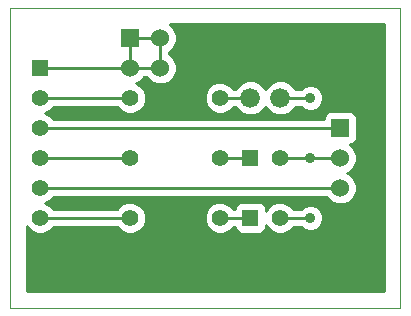
<source format=gbl>
G04 (created by PCBNEW (2013-07-07 BZR 4022)-stable) date 23/07/2014 11:50:33*
%MOIN*%
G04 Gerber Fmt 3.4, Leading zero omitted, Abs format*
%FSLAX34Y34*%
G01*
G70*
G90*
G04 APERTURE LIST*
%ADD10C,0.00590551*%
%ADD11C,0.00393701*%
%ADD12C,0.066*%
%ADD13R,0.055X0.055*%
%ADD14C,0.055*%
%ADD15R,0.06X0.06*%
%ADD16C,0.06*%
%ADD17C,0.035*%
%ADD18C,0.01*%
G04 APERTURE END LIST*
G54D10*
G54D11*
X43000Y-65000D02*
X43000Y-55000D01*
X56000Y-65000D02*
X43000Y-65000D01*
X56000Y-55000D02*
X56000Y-65000D01*
X43000Y-55000D02*
X56000Y-55000D01*
G54D12*
X51000Y-58000D03*
X52000Y-58000D03*
G54D13*
X44000Y-57000D03*
G54D14*
X44000Y-58000D03*
X44000Y-59000D03*
X44000Y-60000D03*
X44000Y-61000D03*
X44000Y-62000D03*
X44000Y-63000D03*
X44000Y-64000D03*
X50000Y-62000D03*
X47000Y-62000D03*
X50000Y-60000D03*
X47000Y-60000D03*
X50000Y-58000D03*
X47000Y-58000D03*
G54D15*
X54000Y-59000D03*
G54D16*
X55000Y-59000D03*
X54000Y-60000D03*
X55000Y-60000D03*
X54000Y-61000D03*
X55000Y-61000D03*
G54D15*
X47000Y-63000D03*
G54D16*
X48000Y-63000D03*
X47000Y-64000D03*
X48000Y-64000D03*
G54D15*
X47000Y-56000D03*
G54D16*
X48000Y-56000D03*
X47000Y-57000D03*
X48000Y-57000D03*
G54D13*
X51000Y-60000D03*
G54D14*
X52000Y-60000D03*
G54D13*
X51000Y-62000D03*
G54D14*
X52000Y-62000D03*
G54D17*
X53000Y-58000D03*
X53000Y-60000D03*
X53000Y-62000D03*
G54D18*
X44000Y-61000D02*
X54000Y-61000D01*
X44000Y-62000D02*
X47000Y-62000D01*
X44000Y-58000D02*
X47000Y-58000D01*
X44000Y-60000D02*
X47000Y-60000D01*
X44000Y-59000D02*
X54000Y-59000D01*
X44000Y-57000D02*
X47000Y-57000D01*
X47000Y-57000D02*
X47000Y-56000D01*
X47000Y-56000D02*
X48000Y-56000D01*
X48000Y-56000D02*
X48000Y-57000D01*
X48000Y-57000D02*
X47000Y-57000D01*
X50000Y-60000D02*
X51000Y-60000D01*
X50000Y-58000D02*
X51000Y-58000D01*
X52000Y-58000D02*
X53000Y-58000D01*
X52000Y-62000D02*
X53000Y-62000D01*
X54000Y-60000D02*
X53000Y-60000D01*
X53000Y-60000D02*
X52000Y-60000D01*
X51000Y-62000D02*
X50000Y-62000D01*
G54D10*
G36*
X55450Y-64450D02*
X53425Y-64450D01*
X53425Y-61915D01*
X53360Y-61759D01*
X53241Y-61639D01*
X53084Y-61575D01*
X52915Y-61574D01*
X52759Y-61639D01*
X52698Y-61700D01*
X52442Y-61700D01*
X52297Y-61555D01*
X52104Y-61475D01*
X51896Y-61474D01*
X51703Y-61554D01*
X51555Y-61702D01*
X51525Y-61774D01*
X51525Y-61675D01*
X51487Y-61583D01*
X51416Y-61513D01*
X51324Y-61475D01*
X51225Y-61474D01*
X50675Y-61474D01*
X50583Y-61512D01*
X50513Y-61583D01*
X50475Y-61675D01*
X50475Y-61700D01*
X50442Y-61700D01*
X50297Y-61555D01*
X50104Y-61475D01*
X49896Y-61474D01*
X49703Y-61554D01*
X49555Y-61702D01*
X49475Y-61895D01*
X49474Y-62103D01*
X49554Y-62297D01*
X49702Y-62444D01*
X49895Y-62524D01*
X50103Y-62525D01*
X50297Y-62445D01*
X50442Y-62300D01*
X50474Y-62300D01*
X50474Y-62324D01*
X50512Y-62416D01*
X50583Y-62486D01*
X50675Y-62524D01*
X50774Y-62525D01*
X51324Y-62525D01*
X51416Y-62487D01*
X51486Y-62416D01*
X51524Y-62324D01*
X51525Y-62225D01*
X51525Y-62225D01*
X51554Y-62297D01*
X51702Y-62444D01*
X51895Y-62524D01*
X52103Y-62525D01*
X52297Y-62445D01*
X52442Y-62300D01*
X52698Y-62300D01*
X52758Y-62360D01*
X52915Y-62424D01*
X53084Y-62425D01*
X53240Y-62360D01*
X53360Y-62241D01*
X53424Y-62084D01*
X53425Y-61915D01*
X53425Y-64450D01*
X43550Y-64450D01*
X43550Y-62285D01*
X43554Y-62297D01*
X43702Y-62444D01*
X43895Y-62524D01*
X44103Y-62525D01*
X44297Y-62445D01*
X44442Y-62300D01*
X46557Y-62300D01*
X46702Y-62444D01*
X46895Y-62524D01*
X47103Y-62525D01*
X47297Y-62445D01*
X47444Y-62297D01*
X47524Y-62104D01*
X47525Y-61896D01*
X47445Y-61703D01*
X47297Y-61555D01*
X47104Y-61475D01*
X46896Y-61474D01*
X46703Y-61554D01*
X46557Y-61700D01*
X44442Y-61700D01*
X44297Y-61555D01*
X44164Y-61499D01*
X44297Y-61445D01*
X44442Y-61300D01*
X53528Y-61300D01*
X53533Y-61311D01*
X53688Y-61465D01*
X53890Y-61549D01*
X54108Y-61550D01*
X54311Y-61466D01*
X54465Y-61311D01*
X54549Y-61109D01*
X54550Y-60891D01*
X54466Y-60688D01*
X54311Y-60534D01*
X54230Y-60500D01*
X54311Y-60466D01*
X54465Y-60311D01*
X54549Y-60109D01*
X54550Y-59891D01*
X54466Y-59688D01*
X54327Y-59550D01*
X54349Y-59550D01*
X54441Y-59512D01*
X54511Y-59441D01*
X54549Y-59349D01*
X54550Y-59250D01*
X54550Y-58650D01*
X54512Y-58558D01*
X54441Y-58488D01*
X54349Y-58450D01*
X54250Y-58449D01*
X53650Y-58449D01*
X53558Y-58487D01*
X53488Y-58558D01*
X53450Y-58650D01*
X53450Y-58700D01*
X53425Y-58700D01*
X53425Y-57915D01*
X53360Y-57759D01*
X53241Y-57639D01*
X53084Y-57575D01*
X52915Y-57574D01*
X52759Y-57639D01*
X52698Y-57700D01*
X52503Y-57700D01*
X52491Y-57671D01*
X52328Y-57508D01*
X52115Y-57420D01*
X51885Y-57419D01*
X51671Y-57508D01*
X51508Y-57671D01*
X51500Y-57691D01*
X51491Y-57671D01*
X51328Y-57508D01*
X51115Y-57420D01*
X50885Y-57419D01*
X50671Y-57508D01*
X50508Y-57671D01*
X50496Y-57700D01*
X50442Y-57700D01*
X50297Y-57555D01*
X50104Y-57475D01*
X49896Y-57474D01*
X49703Y-57554D01*
X49555Y-57702D01*
X49475Y-57895D01*
X49474Y-58103D01*
X49554Y-58297D01*
X49702Y-58444D01*
X49895Y-58524D01*
X50103Y-58525D01*
X50297Y-58445D01*
X50442Y-58300D01*
X50496Y-58300D01*
X50508Y-58328D01*
X50671Y-58491D01*
X50884Y-58579D01*
X51114Y-58580D01*
X51328Y-58491D01*
X51491Y-58328D01*
X51499Y-58308D01*
X51508Y-58328D01*
X51671Y-58491D01*
X51884Y-58579D01*
X52114Y-58580D01*
X52328Y-58491D01*
X52491Y-58328D01*
X52503Y-58300D01*
X52698Y-58300D01*
X52758Y-58360D01*
X52915Y-58424D01*
X53084Y-58425D01*
X53240Y-58360D01*
X53360Y-58241D01*
X53424Y-58084D01*
X53425Y-57915D01*
X53425Y-58700D01*
X44442Y-58700D01*
X44297Y-58555D01*
X44164Y-58499D01*
X44297Y-58445D01*
X44442Y-58300D01*
X46557Y-58300D01*
X46702Y-58444D01*
X46895Y-58524D01*
X47103Y-58525D01*
X47297Y-58445D01*
X47444Y-58297D01*
X47524Y-58104D01*
X47525Y-57896D01*
X47445Y-57703D01*
X47297Y-57555D01*
X47197Y-57513D01*
X47311Y-57466D01*
X47465Y-57311D01*
X47470Y-57300D01*
X47528Y-57300D01*
X47533Y-57311D01*
X47688Y-57465D01*
X47890Y-57549D01*
X48108Y-57550D01*
X48311Y-57466D01*
X48465Y-57311D01*
X48549Y-57109D01*
X48550Y-56891D01*
X48466Y-56688D01*
X48311Y-56534D01*
X48300Y-56529D01*
X48300Y-56471D01*
X48311Y-56466D01*
X48465Y-56311D01*
X48549Y-56109D01*
X48550Y-55891D01*
X48466Y-55688D01*
X48327Y-55550D01*
X55450Y-55550D01*
X55450Y-64450D01*
X55450Y-64450D01*
G37*
G54D18*
X55450Y-64450D02*
X53425Y-64450D01*
X53425Y-61915D01*
X53360Y-61759D01*
X53241Y-61639D01*
X53084Y-61575D01*
X52915Y-61574D01*
X52759Y-61639D01*
X52698Y-61700D01*
X52442Y-61700D01*
X52297Y-61555D01*
X52104Y-61475D01*
X51896Y-61474D01*
X51703Y-61554D01*
X51555Y-61702D01*
X51525Y-61774D01*
X51525Y-61675D01*
X51487Y-61583D01*
X51416Y-61513D01*
X51324Y-61475D01*
X51225Y-61474D01*
X50675Y-61474D01*
X50583Y-61512D01*
X50513Y-61583D01*
X50475Y-61675D01*
X50475Y-61700D01*
X50442Y-61700D01*
X50297Y-61555D01*
X50104Y-61475D01*
X49896Y-61474D01*
X49703Y-61554D01*
X49555Y-61702D01*
X49475Y-61895D01*
X49474Y-62103D01*
X49554Y-62297D01*
X49702Y-62444D01*
X49895Y-62524D01*
X50103Y-62525D01*
X50297Y-62445D01*
X50442Y-62300D01*
X50474Y-62300D01*
X50474Y-62324D01*
X50512Y-62416D01*
X50583Y-62486D01*
X50675Y-62524D01*
X50774Y-62525D01*
X51324Y-62525D01*
X51416Y-62487D01*
X51486Y-62416D01*
X51524Y-62324D01*
X51525Y-62225D01*
X51525Y-62225D01*
X51554Y-62297D01*
X51702Y-62444D01*
X51895Y-62524D01*
X52103Y-62525D01*
X52297Y-62445D01*
X52442Y-62300D01*
X52698Y-62300D01*
X52758Y-62360D01*
X52915Y-62424D01*
X53084Y-62425D01*
X53240Y-62360D01*
X53360Y-62241D01*
X53424Y-62084D01*
X53425Y-61915D01*
X53425Y-64450D01*
X43550Y-64450D01*
X43550Y-62285D01*
X43554Y-62297D01*
X43702Y-62444D01*
X43895Y-62524D01*
X44103Y-62525D01*
X44297Y-62445D01*
X44442Y-62300D01*
X46557Y-62300D01*
X46702Y-62444D01*
X46895Y-62524D01*
X47103Y-62525D01*
X47297Y-62445D01*
X47444Y-62297D01*
X47524Y-62104D01*
X47525Y-61896D01*
X47445Y-61703D01*
X47297Y-61555D01*
X47104Y-61475D01*
X46896Y-61474D01*
X46703Y-61554D01*
X46557Y-61700D01*
X44442Y-61700D01*
X44297Y-61555D01*
X44164Y-61499D01*
X44297Y-61445D01*
X44442Y-61300D01*
X53528Y-61300D01*
X53533Y-61311D01*
X53688Y-61465D01*
X53890Y-61549D01*
X54108Y-61550D01*
X54311Y-61466D01*
X54465Y-61311D01*
X54549Y-61109D01*
X54550Y-60891D01*
X54466Y-60688D01*
X54311Y-60534D01*
X54230Y-60500D01*
X54311Y-60466D01*
X54465Y-60311D01*
X54549Y-60109D01*
X54550Y-59891D01*
X54466Y-59688D01*
X54327Y-59550D01*
X54349Y-59550D01*
X54441Y-59512D01*
X54511Y-59441D01*
X54549Y-59349D01*
X54550Y-59250D01*
X54550Y-58650D01*
X54512Y-58558D01*
X54441Y-58488D01*
X54349Y-58450D01*
X54250Y-58449D01*
X53650Y-58449D01*
X53558Y-58487D01*
X53488Y-58558D01*
X53450Y-58650D01*
X53450Y-58700D01*
X53425Y-58700D01*
X53425Y-57915D01*
X53360Y-57759D01*
X53241Y-57639D01*
X53084Y-57575D01*
X52915Y-57574D01*
X52759Y-57639D01*
X52698Y-57700D01*
X52503Y-57700D01*
X52491Y-57671D01*
X52328Y-57508D01*
X52115Y-57420D01*
X51885Y-57419D01*
X51671Y-57508D01*
X51508Y-57671D01*
X51500Y-57691D01*
X51491Y-57671D01*
X51328Y-57508D01*
X51115Y-57420D01*
X50885Y-57419D01*
X50671Y-57508D01*
X50508Y-57671D01*
X50496Y-57700D01*
X50442Y-57700D01*
X50297Y-57555D01*
X50104Y-57475D01*
X49896Y-57474D01*
X49703Y-57554D01*
X49555Y-57702D01*
X49475Y-57895D01*
X49474Y-58103D01*
X49554Y-58297D01*
X49702Y-58444D01*
X49895Y-58524D01*
X50103Y-58525D01*
X50297Y-58445D01*
X50442Y-58300D01*
X50496Y-58300D01*
X50508Y-58328D01*
X50671Y-58491D01*
X50884Y-58579D01*
X51114Y-58580D01*
X51328Y-58491D01*
X51491Y-58328D01*
X51499Y-58308D01*
X51508Y-58328D01*
X51671Y-58491D01*
X51884Y-58579D01*
X52114Y-58580D01*
X52328Y-58491D01*
X52491Y-58328D01*
X52503Y-58300D01*
X52698Y-58300D01*
X52758Y-58360D01*
X52915Y-58424D01*
X53084Y-58425D01*
X53240Y-58360D01*
X53360Y-58241D01*
X53424Y-58084D01*
X53425Y-57915D01*
X53425Y-58700D01*
X44442Y-58700D01*
X44297Y-58555D01*
X44164Y-58499D01*
X44297Y-58445D01*
X44442Y-58300D01*
X46557Y-58300D01*
X46702Y-58444D01*
X46895Y-58524D01*
X47103Y-58525D01*
X47297Y-58445D01*
X47444Y-58297D01*
X47524Y-58104D01*
X47525Y-57896D01*
X47445Y-57703D01*
X47297Y-57555D01*
X47197Y-57513D01*
X47311Y-57466D01*
X47465Y-57311D01*
X47470Y-57300D01*
X47528Y-57300D01*
X47533Y-57311D01*
X47688Y-57465D01*
X47890Y-57549D01*
X48108Y-57550D01*
X48311Y-57466D01*
X48465Y-57311D01*
X48549Y-57109D01*
X48550Y-56891D01*
X48466Y-56688D01*
X48311Y-56534D01*
X48300Y-56529D01*
X48300Y-56471D01*
X48311Y-56466D01*
X48465Y-56311D01*
X48549Y-56109D01*
X48550Y-55891D01*
X48466Y-55688D01*
X48327Y-55550D01*
X55450Y-55550D01*
X55450Y-64450D01*
M02*

</source>
